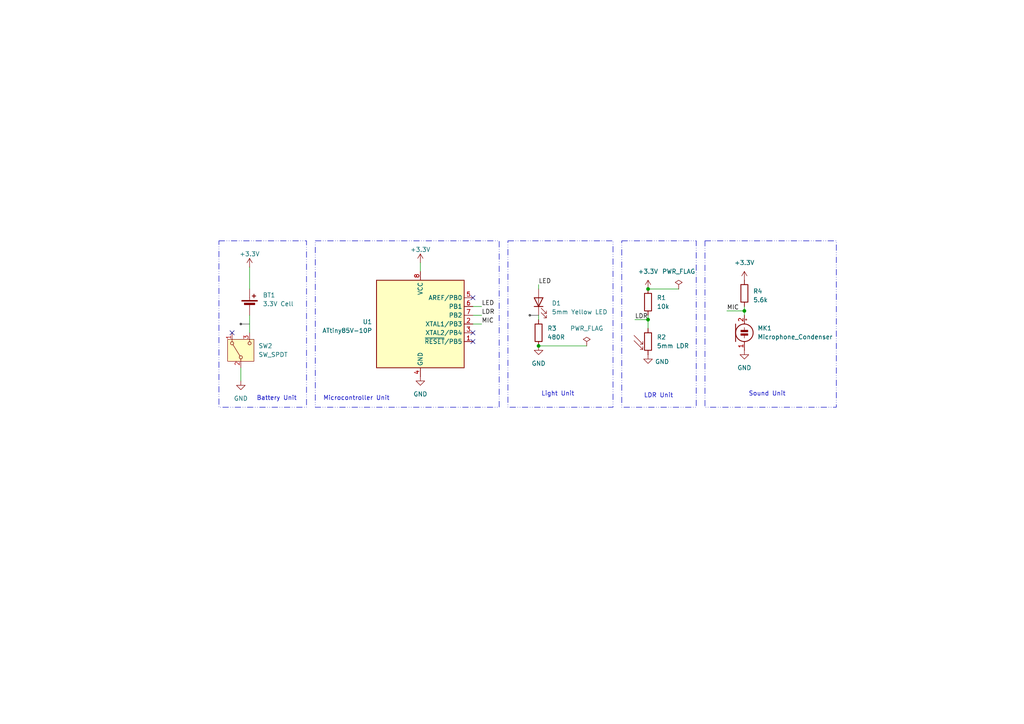
<source format=kicad_sch>
(kicad_sch (version 20250114) (generator "eeschema") (generator_version "9.0")
  (paper "A4")
  (lib_symbols
    (symbol "Device:Battery_Cell" (pin_numbers (hide yes)) (pin_names (offset 0) (hide yes))
      (property "Reference" "BT" (at 2.54 2.54 0))
      (property "Value" "Battery_Cell" (at 2.54 0 0))
      (symbol "Battery_Cell_0_1"
        (rectangle (start -2.286 1.778) (end 2.286 1.524) (fill (type outline)))
        (rectangle (start -1.524 1.016) (end 1.524 0.508) (fill (type outline)))
        (polyline (pts (xy 0 1.778) (xy 0 2.54)))
        (polyline (pts (xy 0 0.762) (xy 0 0)))
        (polyline (pts (xy 0.762 3.048) (xy 1.778 3.048)) (stroke (width 0.254)))
        (polyline (pts (xy 1.27 3.556) (xy 1.27 2.54)) (stroke (width 0.254)))
      )
      (symbol "Battery_Cell_1_1"
        (pin passive line (at 0 5.08 270) (length 2.54) (name "+") (number "1"))
        (pin passive line (at 0 -2.54 90) (length 2.54) (name "-") (number "2"))
      )
    )
    (symbol "Device:LED" (pin_numbers (hide yes)) (pin_names (offset 1.016) (hide yes))
      (property "Reference" "D" (at 0 2.54 0))
      (property "Value" "LED" (at 0 -2.54 0))
      (symbol "LED_0_1"
        (polyline (pts (xy -3.048 -0.762) (xy -4.572 -2.286) (xy -3.81 -2.286) (xy -4.572 -2.286) (xy -4.572 -1.524)))
        (polyline (pts (xy -1.778 -0.762) (xy -3.302 -2.286) (xy -2.54 -2.286) (xy -3.302 -2.286) (xy -3.302 -1.524)))
        (polyline (pts (xy -1.27 0) (xy 1.27 0)))
        (polyline (pts (xy -1.27 -1.27) (xy -1.27 1.27)) (stroke (width 0.254)))
        (polyline (pts (xy 1.27 -1.27) (xy 1.27 1.27) (xy -1.27 0) (xy 1.27 -1.27)) (stroke (width 0.254)))
      )
      (symbol "LED_1_1"
        (pin passive line (at -3.81 0 0) (length 2.54) (name "K") (number "1"))
        (pin passive line (at 3.81 0 180) (length 2.54) (name "A") (number "2"))
      )
    )
    (symbol "Device:Microphone_Condenser" (pin_names (offset 0.0254) (hide yes))
      (property "Reference" "MK" (at -3.302 1.27 0))
      (property "Value" "Microphone_Condenser" (at -3.302 -0.635 0))
      (symbol "Microphone_Condenser_0_1"
        (polyline (pts (xy -2.54 2.54) (xy -2.54 -2.54)) (stroke (width 0.254)))
        (polyline (pts (xy 0 0.762) (xy 0 1.524)))
        (circle (center 0 0) (radius 2.54) (stroke (width 0.254)))
        (polyline (pts (xy 0 -0.762) (xy 0 -1.524)))
        (polyline (pts (xy 0.254 3.81) (xy 0.762 3.81)))
        (polyline (pts (xy 0.508 4.064) (xy 0.508 3.556)))
        (rectangle (start 1.016 0.762) (end -1.016 0.254) (fill (type outline)))
        (rectangle (start 1.016 -0.254) (end -1.016 -0.762) (fill (type outline)))
      )
      (symbol "Microphone_Condenser_1_1"
        (pin passive line (at 0 5.08 270) (length 2.54) (name "+") (number "2"))
        (pin passive line (at 0 -5.08 90) (length 2.54) (name "-") (number "1"))
      )
    )
    (symbol "Device:R" (pin_numbers (hide yes)) (pin_names (offset 0))
      (property "Reference" "R" (at 2.032 0 90))
      (property "Value" "R" (at 0 0 90))
      (symbol "R_0_1"
        (rectangle (start -1.016 -2.54) (end 1.016 2.54) (stroke (width 0.254)))
      )
      (symbol "R_1_1"
        (pin passive line (at 0 3.81 270) (length 1.27) (name "~") (number "1"))
        (pin passive line (at 0 -3.81 90) (length 1.27) (name "~") (number "2"))
      )
    )
    (symbol "MCU_Microchip_ATtiny:ATtiny85V-10P"
      (property "Reference" "U" (at -12.7 13.97 0))
      (property "Value" "ATtiny85V-10P" (at 2.54 -13.97 0))
      (symbol "ATtiny85V-10P_0_1"
        (rectangle (start -12.7 -12.7) (end 12.7 12.7) (stroke (width 0.254)) (fill (type background)))
      )
      (symbol "ATtiny85V-10P_1_1"
        (pin power_in line (at 0 15.24 270) (length 2.54) (name "VCC") (number "8"))
        (pin power_in line (at 0 -15.24 90) (length 2.54) (name "GND") (number "4"))
        (pin bidirectional line (at 15.24 7.62 180) (length 2.54) (name "AREF/PB0") (number "5"))
        (pin bidirectional line (at 15.24 5.08 180) (length 2.54) (name "PB1") (number "6"))
        (pin bidirectional line (at 15.24 2.54 180) (length 2.54) (name "PB2") (number "7"))
        (pin bidirectional line (at 15.24 0 180) (length 2.54) (name "XTAL1/PB3") (number "2"))
        (pin bidirectional line (at 15.24 -2.54 180) (length 2.54) (name "XTAL2/PB4") (number "3"))
        (pin bidirectional line (at 15.24 -5.08 180) (length 2.54) (name "~{RESET}/PB5") (number "1"))
      )
    )
    (symbol "Sensor_Optical:LDR07" (pin_numbers (hide yes)) (pin_names (offset 0))
      (property "Reference" "R" (at -5.08 0 90))
      (property "Value" "LDR07" (at 1.905 0 90))
      (symbol "LDR07_0_1"
        (polyline (pts (xy -1.524 -0.762) (xy -4.064 1.778)))
        (polyline (pts (xy -1.524 -0.762) (xy -2.286 -0.762)))
        (polyline (pts (xy -1.524 -0.762) (xy -1.524 0)))
        (polyline (pts (xy -1.524 -2.286) (xy -4.064 0.254)))
        (polyline (pts (xy -1.524 -2.286) (xy -2.286 -2.286)))
        (polyline (pts (xy -1.524 -2.286) (xy -1.524 -1.524)))
        (rectangle (start -1.016 2.54) (end 1.016 -2.54) (stroke (width 0.254)))
      )
      (symbol "LDR07_1_1"
        (pin passive line (at 0 3.81 270) (length 1.27) (name "~") (number "1"))
        (pin passive line (at 0 -3.81 90) (length 1.27) (name "~") (number "2"))
      )
    )
    (symbol "Switch:SW_SPDT" (pin_names (offset 0) (hide yes))
      (property "Reference" "SW" (at 0 5.08 0))
      (property "Value" "SW_SPDT" (at 0 -5.08 0))
      (symbol "SW_SPDT_0_1"
        (circle (center -2.032 0) (radius 0.4572))
        (polyline (pts (xy -1.651 0.254) (xy 1.651 2.286)))
        (circle (center 2.032 2.54) (radius 0.4572))
        (circle (center 2.032 -2.54) (radius 0.4572))
      )
      (symbol "SW_SPDT_1_1"
        (rectangle (start -3.175 3.81) (end 3.175 -3.81) (fill (type background)))
        (pin passive line (at -5.08 0 0) (length 2.54) (name "B") (number "2"))
        (pin passive line (at 5.08 2.54 180) (length 2.54) (name "A") (number "1"))
        (pin passive line (at 5.08 -2.54 180) (length 2.54) (name "C") (number "3"))
      )
    )
    (symbol "power:+3.3V" (power) (pin_numbers (hide yes)) (pin_names (offset 0) (hide yes))
      (property "Value" "+3.3V" (at 0 3.556 0))
      (symbol "+3.3V_0_1"
        (polyline (pts (xy -0.762 1.27) (xy 0 2.54)))
        (polyline (pts (xy 0 2.54) (xy 0.762 1.27)))
        (polyline (pts (xy 0 0) (xy 0 2.54)))
      )
      (symbol "+3.3V_1_1"
        (pin power_in line (at 0 0 90) (length 0) (name "~") (number "1"))
      )
    )
    (symbol "power:GND" (power) (pin_numbers (hide yes)) (pin_names (offset 0) (hide yes))
      (property "Value" "GND" (at 0 -3.81 0))
      (symbol "GND_0_1"
        (polyline (pts (xy 0 0) (xy 0 -1.27) (xy 1.27 -1.27) (xy 0 -2.54) (xy -1.27 -1.27) (xy 0 -1.27)))
      )
      (symbol "GND_1_1"
        (pin power_in line (at 0 0 270) (length 0) (name "~") (number "1"))
      )
    )
    (symbol "power:PWR_FLAG" (power) (pin_numbers (hide yes)) (pin_names (offset 0) (hide yes))
      (property "Value" "PWR_FLAG" (at 0 3.81 0))
      (symbol "PWR_FLAG_0_0"
        (pin power_out line (at 0 0 90) (length 0) (name "~") (number "1"))
      )
      (symbol "PWR_FLAG_0_1"
        (polyline (pts (xy 0 0) (xy 0 1.27) (xy -1.016 1.905) (xy 0 2.54) (xy 1.016 1.905) (xy 0 1.27)))
      )
    )
  )
  (rectangle (start 147.32 69.85) (end 177.8 118.11) (stroke (width 0) (type dash_dot_dot)))
  (rectangle (start 63.5 69.85) (end 88.9 118.11) (stroke (width 0) (type dash_dot_dot)))
  (rectangle (start 91.44 69.85) (end 144.78 118.11) (stroke (width 0) (type dash_dot_dot)))
  (rectangle (start 204.47 69.85) (end 242.57 118.11) (stroke (width 0) (type dash_dot_dot)))
  (rectangle (start 180.34 69.85) (end 201.93 118.11) (stroke (width 0) (type dash_dot_dot)))
  (text "Microcontroller Unit\n" (at 103.378 115.57 0) (effects (font (size 1.27 1.27))))
  (text "Light Unit" (at 161.798 114.3 0) (effects (font (size 1.27 1.27))))
  (text "LDR Unit\n" (at 191.008 114.808 0) (effects (font (size 1.27 1.27))))
  (text "Sound Unit" (at 222.504 114.3 0) (effects (font (size 1.27 1.27))))
  (text "Battery Unit" (at 80.264 115.57 0) (effects (font (size 1.27 1.27))))
  (junction (at 187.96 83.82))
  (junction (at 187.96 92.71))
  (junction (at 156.21 100.33))
  (junction (at 215.9 90.17))
  (no_connect (at 137.16 99.06))
  (no_connect (at 137.16 86.36))
  (no_connect (at 67.31 96.52))
  (no_connect (at 137.16 96.52))
  (wire (pts (xy 184.15 92.71) (xy 187.96 92.71)))
  (wire (pts (xy 187.96 83.82) (xy 196.85 83.82)))
  (wire (pts (xy 137.16 91.44) (xy 139.7 91.44)))
  (wire (pts (xy 156.21 100.33) (xy 170.18 100.33)))
  (wire (pts (xy 121.92 76.2) (xy 121.92 78.74)))
  (wire (pts (xy 69.85 106.68) (xy 69.85 110.49)))
  (wire (pts (xy 137.16 88.9) (xy 139.7 88.9)))
  (wire (pts (xy 156.21 82.55) (xy 156.21 83.82)))
  (wire (pts (xy 187.96 92.71) (xy 187.96 95.25)))
  (wire (pts (xy 215.9 90.17) (xy 215.9 91.44)))
  (wire (pts (xy 215.9 88.9) (xy 215.9 90.17)))
  (wire (pts (xy 72.39 91.44) (xy 72.39 96.52)))
  (wire (pts (xy 187.96 91.44) (xy 187.96 92.71)))
  (wire (pts (xy 72.39 83.82) (xy 72.39 77.47)))
  (wire (pts (xy 210.82 90.17) (xy 215.9 90.17)))
  (wire (pts (xy 137.16 93.98) (xy 139.7 93.98)))
  (wire (pts (xy 156.21 91.44) (xy 156.21 92.71)))
  (label "LDR" (at 139.7 91.44 0))
  (label "LDR" (at 184.15 92.71 0))
  (label "LED" (at 156.21 82.55 0))
  (label "MIC" (at 139.7 93.98 0))
  (label "LED" (at 139.7 88.9 0))
  (label "MIC" (at 210.82 90.17 0))
  (netclass_flag "" (length 2.54) (shape dot) (at 72.39 93.98 90) (property "Netclass" "Signal" (effects (hide yes))))
  (netclass_flag "" (length 2.54) (shape dot) (at 156.21 91.44 90) (property "Netclass" "Signal" (effects (hide yes))))
  (symbol (lib_id "Device:Battery_Cell") (at 72.39 88.9 0) (unit 1)
    (property "Reference" "BT1" (at 76.2 85.5979 0) (effects (justify left)))
    (property "Value" "3.3V Cell" (at 76.2 88.1379 0) (effects (justify left)))
    (property "Footprint" "Battery:BatteryHolder_ComfortableElectronic_CH273-2450_1x2450" (effects (hide yes)))
    (property "Description" "Single-cell battery" (effects (hide yes)))
  )
  (symbol (lib_id "power:GND") (at 156.21 100.33 0) (unit 1)
    (property "Reference" "#PWR05" (effects (hide yes)))
    (property "Value" "GND" (at 156.21 105.41 0))
    (property "Description" "Power symbol creates a global label with name \"GND\" , ground" (effects (hide yes)))
  )
  (symbol (lib_id "Device:R") (at 187.96 87.63 0) (unit 1)
    (property "Reference" "R1" (at 190.5 86.3599 0) (effects (justify left)))
    (property "Value" "10k" (at 190.5 88.8999 0) (effects (justify left)))
    (property "Footprint" "Resistor_THT:R_Axial_DIN0207_L6.3mm_D2.5mm_P15.24mm_Horizontal" (effects (hide yes)))
    (property "Description" "Resistor" (effects (hide yes)))
  )
  (symbol (lib_id "power:GND") (at 69.85 110.49 0) (unit 1)
    (property "Reference" "#PWR08" (effects (hide yes)))
    (property "Value" "GND" (at 69.85 115.57 0))
    (property "Description" "Power symbol creates a global label with name \"GND\" , ground" (effects (hide yes)))
  )
  (symbol (lib_id "power:GND") (at 215.9 101.6 0) (unit 1)
    (property "Reference" "#PWR06" (effects (hide yes)))
    (property "Value" "GND" (at 215.9 106.68 0))
    (property "Description" "Power symbol creates a global label with name \"GND\" , ground" (effects (hide yes)))
  )
  (symbol (lib_id "power:PWR_FLAG") (at 196.85 83.82 0) (unit 1)
    (property "Reference" "#FLG02" (effects (hide yes)))
    (property "Value" "PWR_FLAG" (at 196.85 78.74 0))
    (property "Description" "Special symbol for telling ERC where power comes from" (effects (hide yes)))
  )
  (symbol (lib_id "Device:LED") (at 156.21 87.63 90) (unit 1)
    (property "Reference" "D1" (at 160.02 87.9474 90) (effects (justify right)))
    (property "Value" "5mm Yellow LED" (at 160.02 90.4874 90) (effects (justify right)))
    (property "Footprint" "LED_THT:LED_D5.0mm" (effects (hide yes)))
    (property "Description" "Light emitting diode" (effects (hide yes)))
    (property "Sim.Pins" "1=K 2=A" (effects (hide yes)))
  )
  (symbol (lib_id "Switch:SW_SPDT") (at 69.85 101.6 90) (unit 1)
    (property "Reference" "SW2" (at 74.93 100.3299 90) (effects (justify right)))
    (property "Value" "SW_SPDT" (at 74.93 102.8699 90) (effects (justify right)))
    (property "Description" "Switch, single pole double throw" (effects (hide yes)))
  )
  (symbol (lib_id "power:+3.3V") (at 187.96 83.82 0) (unit 1)
    (property "Reference" "#PWR03" (effects (hide yes)))
    (property "Value" "+3.3V" (at 187.96 78.74 0))
    (property "Description" "Power symbol creates a global label with name \"+3.3V\"" (effects (hide yes)))
  )
  (symbol (lib_id "power:+3.3V") (at 121.92 76.2 0) (unit 1)
    (property "Reference" "#PWR01" (effects (hide yes)))
    (property "Value" "+3.3V" (at 121.92 72.39 0))
    (property "Description" "Power symbol creates a global label with name \"+3.3V\"" (effects (hide yes)))
  )
  (symbol (lib_id "power:PWR_FLAG") (at 170.18 100.33 0) (unit 1)
    (property "Reference" "#FLG01" (effects (hide yes)))
    (property "Value" "PWR_FLAG" (at 170.18 95.25 0))
    (property "Description" "Special symbol for telling ERC where power comes from" (effects (hide yes)))
  )
  (symbol (lib_id "power:+3.3V") (at 215.9 81.28 0) (unit 1)
    (property "Reference" "#PWR04" (effects (hide yes)))
    (property "Value" "+3.3V" (at 215.9 76.2 0))
    (property "Description" "Power symbol creates a global label with name \"+3.3V\"" (effects (hide yes)))
  )
  (symbol (lib_id "Sensor_Optical:LDR07") (at 187.96 99.06 0) (unit 1)
    (property "Reference" "R2" (at 190.5 97.7899 0) (effects (justify left)))
    (property "Value" "5mm LDR" (at 190.5 100.3299 0) (effects (justify left)))
    (property "Footprint" "OptoDevice:R_LDR_5.1x4.3mm_P3.4mm_Vertical" (effects (hide yes)))
    (property "Datasheet" "http://www.tme.eu/de/Document/f2e3ad76a925811312d226c31da4cd7e/LDR07.pdf" (effects (hide yes)))
    (property "Description" "light dependent resistor" (effects (hide yes)))
  )
  (symbol (lib_id "power:+3.3V") (at 72.39 77.47 0) (unit 1)
    (property "Reference" "#PWR09" (effects (hide yes)))
    (property "Value" "+3.3V" (at 72.39 73.66 0))
    (property "Description" "Power symbol creates a global label with name \"+3.3V\"" (effects (hide yes)))
  )
  (symbol (lib_id "Device:R") (at 215.9 85.09 0) (unit 1)
    (property "Reference" "R4" (at 218.44 84.455 0) (effects (justify left)))
    (property "Value" "5.6k" (at 218.44 86.995 0) (effects (justify left)))
    (property "Footprint" "Resistor_THT:R_Axial_DIN0207_L6.3mm_D2.5mm_P15.24mm_Horizontal" (effects (hide yes)))
    (property "Description" "Resistor" (effects (hide yes)))
  )
  (symbol (lib_id "Device:R") (at 156.21 96.52 0) (unit 1)
    (property "Reference" "R3" (at 158.75 95.2499 0) (effects (justify left)))
    (property "Value" "480R" (at 158.75 97.7899 0) (effects (justify left)))
    (property "Footprint" "Resistor_THT:R_Axial_DIN0207_L6.3mm_D2.5mm_P15.24mm_Horizontal" (effects (hide yes)))
    (property "Description" "Resistor" (effects (hide yes)))
  )
  (symbol (lib_id "MCU_Microchip_ATtiny:ATtiny85V-10P") (at 121.92 93.98 0) (unit 1)
    (property "Reference" "U1" (at 107.95 93.345 0) (effects (justify right)))
    (property "Value" "ATtiny85V-10P" (at 107.95 95.885 0) (effects (justify right)))
    (property "Footprint" "Package_DIP:DIP-8_W7.62mm" (effects (hide yes)))
    (property "Datasheet" "http://ww1.microchip.com/downloads/en/DeviceDoc/atmel-2586-avr-8-bit-microcontroller-attiny25-attiny45-attiny85_datasheet.pdf" (effects (hide yes)))
    (property "Description" "10MHz, 8kB Flash, 512B SRAM, 512B EEPROM, debugWIRE, DIP-8" (effects (hide yes)))
  )
  (symbol (lib_id "power:GND") (at 121.92 109.22 0) (unit 1)
    (property "Reference" "#PWR02" (effects (hide yes)))
    (property "Value" "GND" (at 121.92 114.3 0))
    (property "Description" "Power symbol creates a global label with name \"GND\" , ground" (effects (hide yes)))
  )
  (symbol (lib_id "power:GND") (at 187.96 102.87 0) (unit 1)
    (property "Reference" "#PWR07" (effects (hide yes)))
    (property "Value" "GND" (at 192.024 104.902 0))
    (property "Description" "Power symbol creates a global label with name \"GND\" , ground" (effects (hide yes)))
  )
  (symbol (lib_id "Device:Microphone_Condenser") (at 215.9 96.52 0) (unit 1)
    (property "Reference" "MK1" (at 219.71 95.1865 0) (effects (justify left)))
    (property "Value" "Microphone_Condenser" (at 219.71 97.7265 0) (effects (justify left)))
    (property "Footprint" "Connector_PinHeader_2.54mm:PinHeader_1x02_P2.54mm_Vertical" (effects (hide yes)))
    (property "Description" "Condenser microphone" (effects (hide yes)))
  )
)
</source>
